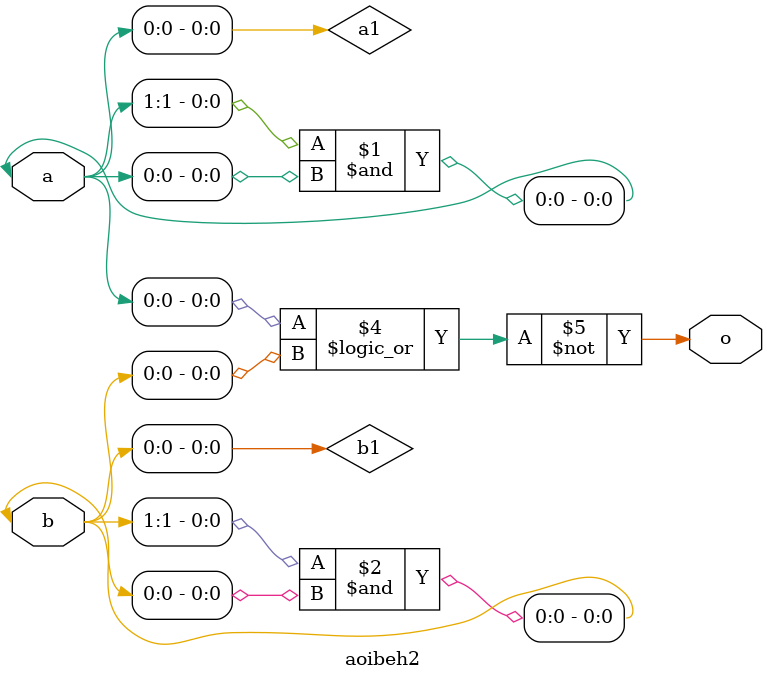
<source format=sv>
module aoibeh2(o,a,b); // Mixed structural/behavioral AOI
output o;
input[1:0]a,b;
wire a1,b1; // Outputs of AND gates
reg o; // Behavioral output must be reg
// Structural AND gates using primitives
and g1(a1,a[1],a[0]), g2(b1,b[1],b[0]);
// Behavioral NOR logic sensitive to AND outputs
initial begin // 1. initial_block_begin
a1 <= a[1:0]; // 2. packing
b1 <= b[1:0]; // 3. packing
end
always@(a1 or b1)
o = ~(a1 || b1);
endmodule
</source>
